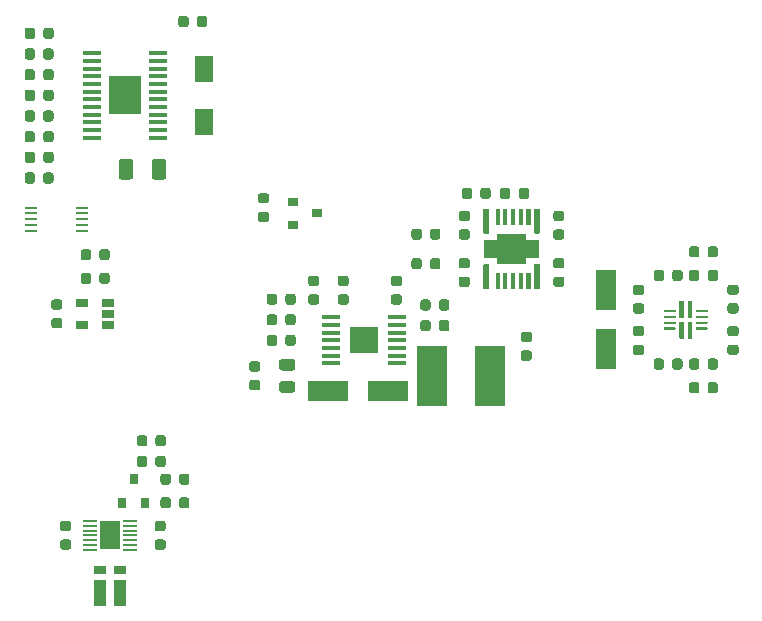
<source format=gbr>
G04 #@! TF.GenerationSoftware,KiCad,Pcbnew,(5.1.6)-1*
G04 #@! TF.CreationDate,2020-11-06T20:10:37-08:00*
G04 #@! TF.ProjectId,IRIS-power,49524953-2d70-46f7-9765-722e6b696361,rev?*
G04 #@! TF.SameCoordinates,Original*
G04 #@! TF.FileFunction,Paste,Top*
G04 #@! TF.FilePolarity,Positive*
%FSLAX46Y46*%
G04 Gerber Fmt 4.6, Leading zero omitted, Abs format (unit mm)*
G04 Created by KiCad (PCBNEW (5.1.6)-1) date 2020-11-06 20:10:37*
%MOMM*%
%LPD*%
G01*
G04 APERTURE LIST*
%ADD10R,1.600000X0.300000*%
%ADD11R,2.460000X2.310000*%
%ADD12R,1.000000X0.800000*%
%ADD13R,1.000000X2.300000*%
%ADD14R,2.740000X3.250000*%
%ADD15R,1.100000X0.250000*%
%ADD16R,1.800000X3.500000*%
%ADD17R,3.500000X1.800000*%
%ADD18R,2.600000X5.100000*%
%ADD19R,1.600000X2.300000*%
%ADD20R,0.800000X0.900000*%
%ADD21R,0.900000X0.800000*%
%ADD22C,0.100000*%
%ADD23R,1.060000X0.650000*%
%ADD24R,1.200000X0.200000*%
%ADD25R,1.780000X2.350000*%
G04 APERTURE END LIST*
D10*
X34800000Y-3700000D03*
X34800000Y-3050000D03*
X34800000Y-2400000D03*
X34800000Y-1750000D03*
X34800000Y-1100000D03*
X34800000Y-450000D03*
X34800000Y200000D03*
X29200000Y200000D03*
X29200000Y-450000D03*
X29200000Y-1100000D03*
X29200000Y-1750000D03*
X29200000Y-2400000D03*
X29200000Y-3050000D03*
X29200000Y-3700000D03*
D11*
X32000000Y-1750000D03*
D12*
X9650000Y-21150000D03*
X11350000Y-21150000D03*
D13*
X9650000Y-23100000D03*
X11350000Y-23100000D03*
D10*
X8950000Y22575000D03*
X8950000Y21925000D03*
X8950000Y21275000D03*
X8950000Y20625000D03*
X8950000Y19975000D03*
X8950000Y19325000D03*
X8950000Y18675000D03*
X8950000Y18025000D03*
X8950000Y17375000D03*
X8950000Y16725000D03*
X8950000Y16075000D03*
X8950000Y15425000D03*
X14550000Y15425000D03*
X14550000Y16075000D03*
X14550000Y16725000D03*
X14550000Y17375000D03*
X14550000Y18025000D03*
X14550000Y18675000D03*
X14550000Y19325000D03*
X14550000Y19975000D03*
X14550000Y20625000D03*
X14550000Y21275000D03*
X14550000Y21925000D03*
X14550000Y22575000D03*
D14*
X11750000Y19000000D03*
D15*
X8150000Y7500000D03*
X8150000Y8000000D03*
X8150000Y8500000D03*
X8150000Y9000000D03*
X8150000Y9500000D03*
X3850000Y9500000D03*
X3850000Y9000000D03*
X3850000Y8500000D03*
X3850000Y8000000D03*
X3850000Y7500000D03*
G36*
G01*
X58350000Y-850000D02*
X57450000Y-850000D01*
G75*
G02*
X57400000Y-800000I0J50000D01*
G01*
X57400000Y-700000D01*
G75*
G02*
X57450000Y-650000I50000J0D01*
G01*
X58350000Y-650000D01*
G75*
G02*
X58400000Y-700000I0J-50000D01*
G01*
X58400000Y-800000D01*
G75*
G02*
X58350000Y-850000I-50000J0D01*
G01*
G37*
G36*
G01*
X58350000Y-350000D02*
X57450000Y-350000D01*
G75*
G02*
X57400000Y-300000I0J50000D01*
G01*
X57400000Y-200000D01*
G75*
G02*
X57450000Y-150000I50000J0D01*
G01*
X58350000Y-150000D01*
G75*
G02*
X58400000Y-200000I0J-50000D01*
G01*
X58400000Y-300000D01*
G75*
G02*
X58350000Y-350000I-50000J0D01*
G01*
G37*
G36*
G01*
X58350000Y650000D02*
X57450000Y650000D01*
G75*
G02*
X57400000Y700000I0J50000D01*
G01*
X57400000Y800000D01*
G75*
G02*
X57450000Y850000I50000J0D01*
G01*
X58350000Y850000D01*
G75*
G02*
X58400000Y800000I0J-50000D01*
G01*
X58400000Y700000D01*
G75*
G02*
X58350000Y650000I-50000J0D01*
G01*
G37*
G36*
G01*
X58350000Y150000D02*
X57450000Y150000D01*
G75*
G02*
X57400000Y200000I0J50000D01*
G01*
X57400000Y300000D01*
G75*
G02*
X57450000Y350000I50000J0D01*
G01*
X58350000Y350000D01*
G75*
G02*
X58400000Y300000I0J-50000D01*
G01*
X58400000Y200000D01*
G75*
G02*
X58350000Y150000I-50000J0D01*
G01*
G37*
G36*
G01*
X61050000Y650000D02*
X60150000Y650000D01*
G75*
G02*
X60100000Y700000I0J50000D01*
G01*
X60100000Y800000D01*
G75*
G02*
X60150000Y850000I50000J0D01*
G01*
X61050000Y850000D01*
G75*
G02*
X61100000Y800000I0J-50000D01*
G01*
X61100000Y700000D01*
G75*
G02*
X61050000Y650000I-50000J0D01*
G01*
G37*
G36*
G01*
X61050000Y150000D02*
X60150000Y150000D01*
G75*
G02*
X60100000Y200000I0J50000D01*
G01*
X60100000Y300000D01*
G75*
G02*
X60150000Y350000I50000J0D01*
G01*
X61050000Y350000D01*
G75*
G02*
X61100000Y300000I0J-50000D01*
G01*
X61100000Y200000D01*
G75*
G02*
X61050000Y150000I-50000J0D01*
G01*
G37*
G36*
G01*
X61050000Y-350000D02*
X60150000Y-350000D01*
G75*
G02*
X60100000Y-300000I0J50000D01*
G01*
X60100000Y-200000D01*
G75*
G02*
X60150000Y-150000I50000J0D01*
G01*
X61050000Y-150000D01*
G75*
G02*
X61100000Y-200000I0J-50000D01*
G01*
X61100000Y-300000D01*
G75*
G02*
X61050000Y-350000I-50000J0D01*
G01*
G37*
G36*
G01*
X61050000Y-850000D02*
X60150000Y-850000D01*
G75*
G02*
X60100000Y-800000I0J50000D01*
G01*
X60100000Y-700000D01*
G75*
G02*
X60150000Y-650000I50000J0D01*
G01*
X61050000Y-650000D01*
G75*
G02*
X61100000Y-700000I0J-50000D01*
G01*
X61100000Y-800000D01*
G75*
G02*
X61050000Y-850000I-50000J0D01*
G01*
G37*
G36*
G01*
X59050000Y150000D02*
X58750000Y150000D01*
G75*
G02*
X58700000Y200000I0J50000D01*
G01*
X58700000Y1550000D01*
G75*
G02*
X58750000Y1600000I50000J0D01*
G01*
X59050000Y1600000D01*
G75*
G02*
X59100000Y1550000I0J-50000D01*
G01*
X59100000Y200000D01*
G75*
G02*
X59050000Y150000I-50000J0D01*
G01*
G37*
G36*
G01*
X59750000Y150000D02*
X59450000Y150000D01*
G75*
G02*
X59400000Y200000I0J50000D01*
G01*
X59400000Y1550000D01*
G75*
G02*
X59450000Y1600000I50000J0D01*
G01*
X59750000Y1600000D01*
G75*
G02*
X59800000Y1550000I0J-50000D01*
G01*
X59800000Y200000D01*
G75*
G02*
X59750000Y150000I-50000J0D01*
G01*
G37*
G36*
G01*
X59750000Y-1600000D02*
X59450000Y-1600000D01*
G75*
G02*
X59400000Y-1550000I0J50000D01*
G01*
X59400000Y-200000D01*
G75*
G02*
X59450000Y-150000I50000J0D01*
G01*
X59750000Y-150000D01*
G75*
G02*
X59800000Y-200000I0J-50000D01*
G01*
X59800000Y-1550000D01*
G75*
G02*
X59750000Y-1600000I-50000J0D01*
G01*
G37*
G36*
G01*
X59050000Y-1600000D02*
X58750000Y-1600000D01*
G75*
G02*
X58700000Y-1550000I0J50000D01*
G01*
X58700000Y-200000D01*
G75*
G02*
X58750000Y-150000I50000J0D01*
G01*
X59050000Y-150000D01*
G75*
G02*
X59100000Y-200000I0J-50000D01*
G01*
X59100000Y-1550000D01*
G75*
G02*
X59050000Y-1600000I-50000J0D01*
G01*
G37*
G36*
G01*
X6493750Y-18600000D02*
X7006250Y-18600000D01*
G75*
G02*
X7225000Y-18818750I0J-218750D01*
G01*
X7225000Y-19256250D01*
G75*
G02*
X7006250Y-19475000I-218750J0D01*
G01*
X6493750Y-19475000D01*
G75*
G02*
X6275000Y-19256250I0J218750D01*
G01*
X6275000Y-18818750D01*
G75*
G02*
X6493750Y-18600000I218750J0D01*
G01*
G37*
G36*
G01*
X6493750Y-17025000D02*
X7006250Y-17025000D01*
G75*
G02*
X7225000Y-17243750I0J-218750D01*
G01*
X7225000Y-17681250D01*
G75*
G02*
X7006250Y-17900000I-218750J0D01*
G01*
X6493750Y-17900000D01*
G75*
G02*
X6275000Y-17681250I0J218750D01*
G01*
X6275000Y-17243750D01*
G75*
G02*
X6493750Y-17025000I218750J0D01*
G01*
G37*
G36*
G01*
X14493750Y-18600000D02*
X15006250Y-18600000D01*
G75*
G02*
X15225000Y-18818750I0J-218750D01*
G01*
X15225000Y-19256250D01*
G75*
G02*
X15006250Y-19475000I-218750J0D01*
G01*
X14493750Y-19475000D01*
G75*
G02*
X14275000Y-19256250I0J218750D01*
G01*
X14275000Y-18818750D01*
G75*
G02*
X14493750Y-18600000I218750J0D01*
G01*
G37*
G36*
G01*
X14493750Y-17025000D02*
X15006250Y-17025000D01*
G75*
G02*
X15225000Y-17243750I0J-218750D01*
G01*
X15225000Y-17681250D01*
G75*
G02*
X15006250Y-17900000I-218750J0D01*
G01*
X14493750Y-17900000D01*
G75*
G02*
X14275000Y-17681250I0J218750D01*
G01*
X14275000Y-17243750D01*
G75*
G02*
X14493750Y-17025000I218750J0D01*
G01*
G37*
G36*
G01*
X59525000Y5493750D02*
X59525000Y6006250D01*
G75*
G02*
X59743750Y6225000I218750J0D01*
G01*
X60181250Y6225000D01*
G75*
G02*
X60400000Y6006250I0J-218750D01*
G01*
X60400000Y5493750D01*
G75*
G02*
X60181250Y5275000I-218750J0D01*
G01*
X59743750Y5275000D01*
G75*
G02*
X59525000Y5493750I0J218750D01*
G01*
G37*
G36*
G01*
X61100000Y5493750D02*
X61100000Y6006250D01*
G75*
G02*
X61318750Y6225000I218750J0D01*
G01*
X61756250Y6225000D01*
G75*
G02*
X61975000Y6006250I0J-218750D01*
G01*
X61975000Y5493750D01*
G75*
G02*
X61756250Y5275000I-218750J0D01*
G01*
X61318750Y5275000D01*
G75*
G02*
X61100000Y5493750I0J218750D01*
G01*
G37*
G36*
G01*
X61100000Y-6006250D02*
X61100000Y-5493750D01*
G75*
G02*
X61318750Y-5275000I218750J0D01*
G01*
X61756250Y-5275000D01*
G75*
G02*
X61975000Y-5493750I0J-218750D01*
G01*
X61975000Y-6006250D01*
G75*
G02*
X61756250Y-6225000I-218750J0D01*
G01*
X61318750Y-6225000D01*
G75*
G02*
X61100000Y-6006250I0J218750D01*
G01*
G37*
G36*
G01*
X59525000Y-6006250D02*
X59525000Y-5493750D01*
G75*
G02*
X59743750Y-5275000I218750J0D01*
G01*
X60181250Y-5275000D01*
G75*
G02*
X60400000Y-5493750I0J-218750D01*
G01*
X60400000Y-6006250D01*
G75*
G02*
X60181250Y-6225000I-218750J0D01*
G01*
X59743750Y-6225000D01*
G75*
G02*
X59525000Y-6006250I0J218750D01*
G01*
G37*
G36*
G01*
X57400000Y-3493750D02*
X57400000Y-4006250D01*
G75*
G02*
X57181250Y-4225000I-218750J0D01*
G01*
X56743750Y-4225000D01*
G75*
G02*
X56525000Y-4006250I0J218750D01*
G01*
X56525000Y-3493750D01*
G75*
G02*
X56743750Y-3275000I218750J0D01*
G01*
X57181250Y-3275000D01*
G75*
G02*
X57400000Y-3493750I0J-218750D01*
G01*
G37*
G36*
G01*
X58975000Y-3493750D02*
X58975000Y-4006250D01*
G75*
G02*
X58756250Y-4225000I-218750J0D01*
G01*
X58318750Y-4225000D01*
G75*
G02*
X58100000Y-4006250I0J218750D01*
G01*
X58100000Y-3493750D01*
G75*
G02*
X58318750Y-3275000I218750J0D01*
G01*
X58756250Y-3275000D01*
G75*
G02*
X58975000Y-3493750I0J-218750D01*
G01*
G37*
G36*
G01*
X54993750Y-525000D02*
X55506250Y-525000D01*
G75*
G02*
X55725000Y-743750I0J-218750D01*
G01*
X55725000Y-1181250D01*
G75*
G02*
X55506250Y-1400000I-218750J0D01*
G01*
X54993750Y-1400000D01*
G75*
G02*
X54775000Y-1181250I0J218750D01*
G01*
X54775000Y-743750D01*
G75*
G02*
X54993750Y-525000I218750J0D01*
G01*
G37*
G36*
G01*
X54993750Y-2100000D02*
X55506250Y-2100000D01*
G75*
G02*
X55725000Y-2318750I0J-218750D01*
G01*
X55725000Y-2756250D01*
G75*
G02*
X55506250Y-2975000I-218750J0D01*
G01*
X54993750Y-2975000D01*
G75*
G02*
X54775000Y-2756250I0J218750D01*
G01*
X54775000Y-2318750D01*
G75*
G02*
X54993750Y-2100000I218750J0D01*
G01*
G37*
G36*
G01*
X46006250Y-1900000D02*
X45493750Y-1900000D01*
G75*
G02*
X45275000Y-1681250I0J218750D01*
G01*
X45275000Y-1243750D01*
G75*
G02*
X45493750Y-1025000I218750J0D01*
G01*
X46006250Y-1025000D01*
G75*
G02*
X46225000Y-1243750I0J-218750D01*
G01*
X46225000Y-1681250D01*
G75*
G02*
X46006250Y-1900000I-218750J0D01*
G01*
G37*
G36*
G01*
X46006250Y-3475000D02*
X45493750Y-3475000D01*
G75*
G02*
X45275000Y-3256250I0J218750D01*
G01*
X45275000Y-2818750D01*
G75*
G02*
X45493750Y-2600000I218750J0D01*
G01*
X46006250Y-2600000D01*
G75*
G02*
X46225000Y-2818750I0J-218750D01*
G01*
X46225000Y-3256250D01*
G75*
G02*
X46006250Y-3475000I-218750J0D01*
G01*
G37*
G36*
G01*
X36775000Y-756250D02*
X36775000Y-243750D01*
G75*
G02*
X36993750Y-25000I218750J0D01*
G01*
X37431250Y-25000D01*
G75*
G02*
X37650000Y-243750I0J-218750D01*
G01*
X37650000Y-756250D01*
G75*
G02*
X37431250Y-975000I-218750J0D01*
G01*
X36993750Y-975000D01*
G75*
G02*
X36775000Y-756250I0J218750D01*
G01*
G37*
G36*
G01*
X38350000Y-756250D02*
X38350000Y-243750D01*
G75*
G02*
X38568750Y-25000I218750J0D01*
G01*
X39006250Y-25000D01*
G75*
G02*
X39225000Y-243750I0J-218750D01*
G01*
X39225000Y-756250D01*
G75*
G02*
X39006250Y-975000I-218750J0D01*
G01*
X38568750Y-975000D01*
G75*
G02*
X38350000Y-756250I0J218750D01*
G01*
G37*
G36*
G01*
X34493750Y2150000D02*
X35006250Y2150000D01*
G75*
G02*
X35225000Y1931250I0J-218750D01*
G01*
X35225000Y1493750D01*
G75*
G02*
X35006250Y1275000I-218750J0D01*
G01*
X34493750Y1275000D01*
G75*
G02*
X34275000Y1493750I0J218750D01*
G01*
X34275000Y1931250D01*
G75*
G02*
X34493750Y2150000I218750J0D01*
G01*
G37*
G36*
G01*
X34493750Y3725000D02*
X35006250Y3725000D01*
G75*
G02*
X35225000Y3506250I0J-218750D01*
G01*
X35225000Y3068750D01*
G75*
G02*
X35006250Y2850000I-218750J0D01*
G01*
X34493750Y2850000D01*
G75*
G02*
X34275000Y3068750I0J218750D01*
G01*
X34275000Y3506250D01*
G75*
G02*
X34493750Y3725000I218750J0D01*
G01*
G37*
G36*
G01*
X28006250Y1275000D02*
X27493750Y1275000D01*
G75*
G02*
X27275000Y1493750I0J218750D01*
G01*
X27275000Y1931250D01*
G75*
G02*
X27493750Y2150000I218750J0D01*
G01*
X28006250Y2150000D01*
G75*
G02*
X28225000Y1931250I0J-218750D01*
G01*
X28225000Y1493750D01*
G75*
G02*
X28006250Y1275000I-218750J0D01*
G01*
G37*
G36*
G01*
X28006250Y2850000D02*
X27493750Y2850000D01*
G75*
G02*
X27275000Y3068750I0J218750D01*
G01*
X27275000Y3506250D01*
G75*
G02*
X27493750Y3725000I218750J0D01*
G01*
X28006250Y3725000D01*
G75*
G02*
X28225000Y3506250I0J-218750D01*
G01*
X28225000Y3068750D01*
G75*
G02*
X28006250Y2850000I-218750J0D01*
G01*
G37*
G36*
G01*
X36775000Y993750D02*
X36775000Y1506250D01*
G75*
G02*
X36993750Y1725000I218750J0D01*
G01*
X37431250Y1725000D01*
G75*
G02*
X37650000Y1506250I0J-218750D01*
G01*
X37650000Y993750D01*
G75*
G02*
X37431250Y775000I-218750J0D01*
G01*
X36993750Y775000D01*
G75*
G02*
X36775000Y993750I0J218750D01*
G01*
G37*
G36*
G01*
X38350000Y993750D02*
X38350000Y1506250D01*
G75*
G02*
X38568750Y1725000I218750J0D01*
G01*
X39006250Y1725000D01*
G75*
G02*
X39225000Y1506250I0J-218750D01*
G01*
X39225000Y993750D01*
G75*
G02*
X39006250Y775000I-218750J0D01*
G01*
X38568750Y775000D01*
G75*
G02*
X38350000Y993750I0J218750D01*
G01*
G37*
G36*
G01*
X23006250Y-5975000D02*
X22493750Y-5975000D01*
G75*
G02*
X22275000Y-5756250I0J218750D01*
G01*
X22275000Y-5318750D01*
G75*
G02*
X22493750Y-5100000I218750J0D01*
G01*
X23006250Y-5100000D01*
G75*
G02*
X23225000Y-5318750I0J-218750D01*
G01*
X23225000Y-5756250D01*
G75*
G02*
X23006250Y-5975000I-218750J0D01*
G01*
G37*
G36*
G01*
X23006250Y-4400000D02*
X22493750Y-4400000D01*
G75*
G02*
X22275000Y-4181250I0J218750D01*
G01*
X22275000Y-3743750D01*
G75*
G02*
X22493750Y-3525000I218750J0D01*
G01*
X23006250Y-3525000D01*
G75*
G02*
X23225000Y-3743750I0J-218750D01*
G01*
X23225000Y-4181250D01*
G75*
G02*
X23006250Y-4400000I-218750J0D01*
G01*
G37*
G36*
G01*
X48756250Y4350000D02*
X48243750Y4350000D01*
G75*
G02*
X48025000Y4568750I0J218750D01*
G01*
X48025000Y5006250D01*
G75*
G02*
X48243750Y5225000I218750J0D01*
G01*
X48756250Y5225000D01*
G75*
G02*
X48975000Y5006250I0J-218750D01*
G01*
X48975000Y4568750D01*
G75*
G02*
X48756250Y4350000I-218750J0D01*
G01*
G37*
G36*
G01*
X48756250Y2775000D02*
X48243750Y2775000D01*
G75*
G02*
X48025000Y2993750I0J218750D01*
G01*
X48025000Y3431250D01*
G75*
G02*
X48243750Y3650000I218750J0D01*
G01*
X48756250Y3650000D01*
G75*
G02*
X48975000Y3431250I0J-218750D01*
G01*
X48975000Y2993750D01*
G75*
G02*
X48756250Y2775000I-218750J0D01*
G01*
G37*
G36*
G01*
X48243750Y9225000D02*
X48756250Y9225000D01*
G75*
G02*
X48975000Y9006250I0J-218750D01*
G01*
X48975000Y8568750D01*
G75*
G02*
X48756250Y8350000I-218750J0D01*
G01*
X48243750Y8350000D01*
G75*
G02*
X48025000Y8568750I0J218750D01*
G01*
X48025000Y9006250D01*
G75*
G02*
X48243750Y9225000I218750J0D01*
G01*
G37*
G36*
G01*
X48243750Y7650000D02*
X48756250Y7650000D01*
G75*
G02*
X48975000Y7431250I0J-218750D01*
G01*
X48975000Y6993750D01*
G75*
G02*
X48756250Y6775000I-218750J0D01*
G01*
X48243750Y6775000D01*
G75*
G02*
X48025000Y6993750I0J218750D01*
G01*
X48025000Y7431250D01*
G75*
G02*
X48243750Y7650000I218750J0D01*
G01*
G37*
G36*
G01*
X17850000Y24993750D02*
X17850000Y25506250D01*
G75*
G02*
X18068750Y25725000I218750J0D01*
G01*
X18506250Y25725000D01*
G75*
G02*
X18725000Y25506250I0J-218750D01*
G01*
X18725000Y24993750D01*
G75*
G02*
X18506250Y24775000I-218750J0D01*
G01*
X18068750Y24775000D01*
G75*
G02*
X17850000Y24993750I0J218750D01*
G01*
G37*
G36*
G01*
X16275000Y24993750D02*
X16275000Y25506250D01*
G75*
G02*
X16493750Y25725000I218750J0D01*
G01*
X16931250Y25725000D01*
G75*
G02*
X17150000Y25506250I0J-218750D01*
G01*
X17150000Y24993750D01*
G75*
G02*
X16931250Y24775000I-218750J0D01*
G01*
X16493750Y24775000D01*
G75*
G02*
X16275000Y24993750I0J218750D01*
G01*
G37*
G36*
G01*
X5725000Y21006250D02*
X5725000Y20493750D01*
G75*
G02*
X5506250Y20275000I-218750J0D01*
G01*
X5068750Y20275000D01*
G75*
G02*
X4850000Y20493750I0J218750D01*
G01*
X4850000Y21006250D01*
G75*
G02*
X5068750Y21225000I218750J0D01*
G01*
X5506250Y21225000D01*
G75*
G02*
X5725000Y21006250I0J-218750D01*
G01*
G37*
G36*
G01*
X4150000Y21006250D02*
X4150000Y20493750D01*
G75*
G02*
X3931250Y20275000I-218750J0D01*
G01*
X3493750Y20275000D01*
G75*
G02*
X3275000Y20493750I0J218750D01*
G01*
X3275000Y21006250D01*
G75*
G02*
X3493750Y21225000I218750J0D01*
G01*
X3931250Y21225000D01*
G75*
G02*
X4150000Y21006250I0J-218750D01*
G01*
G37*
G36*
G01*
X8900000Y3756250D02*
X8900000Y3243750D01*
G75*
G02*
X8681250Y3025000I-218750J0D01*
G01*
X8243750Y3025000D01*
G75*
G02*
X8025000Y3243750I0J218750D01*
G01*
X8025000Y3756250D01*
G75*
G02*
X8243750Y3975000I218750J0D01*
G01*
X8681250Y3975000D01*
G75*
G02*
X8900000Y3756250I0J-218750D01*
G01*
G37*
G36*
G01*
X10475000Y3756250D02*
X10475000Y3243750D01*
G75*
G02*
X10256250Y3025000I-218750J0D01*
G01*
X9818750Y3025000D01*
G75*
G02*
X9600000Y3243750I0J218750D01*
G01*
X9600000Y3756250D01*
G75*
G02*
X9818750Y3975000I218750J0D01*
G01*
X10256250Y3975000D01*
G75*
G02*
X10475000Y3756250I0J-218750D01*
G01*
G37*
G36*
G01*
X6256250Y-725000D02*
X5743750Y-725000D01*
G75*
G02*
X5525000Y-506250I0J218750D01*
G01*
X5525000Y-68750D01*
G75*
G02*
X5743750Y150000I218750J0D01*
G01*
X6256250Y150000D01*
G75*
G02*
X6475000Y-68750I0J-218750D01*
G01*
X6475000Y-506250D01*
G75*
G02*
X6256250Y-725000I-218750J0D01*
G01*
G37*
G36*
G01*
X6256250Y850000D02*
X5743750Y850000D01*
G75*
G02*
X5525000Y1068750I0J218750D01*
G01*
X5525000Y1506250D01*
G75*
G02*
X5743750Y1725000I218750J0D01*
G01*
X6256250Y1725000D01*
G75*
G02*
X6475000Y1506250I0J-218750D01*
G01*
X6475000Y1068750D01*
G75*
G02*
X6256250Y850000I-218750J0D01*
G01*
G37*
D16*
X52500000Y2500000D03*
X52500000Y-2500000D03*
D17*
X29000000Y-6000000D03*
X34000000Y-6000000D03*
D18*
X42700000Y-4750000D03*
X37800000Y-4750000D03*
D19*
X18500000Y21250000D03*
X18500000Y16750000D03*
D20*
X12500000Y-13500000D03*
X13450000Y-15500000D03*
X11550000Y-15500000D03*
D21*
X26000000Y9950000D03*
X26000000Y8050000D03*
X28000000Y9000000D03*
G36*
G01*
X13650000Y-9993750D02*
X13650000Y-10506250D01*
G75*
G02*
X13431250Y-10725000I-218750J0D01*
G01*
X12993750Y-10725000D01*
G75*
G02*
X12775000Y-10506250I0J218750D01*
G01*
X12775000Y-9993750D01*
G75*
G02*
X12993750Y-9775000I218750J0D01*
G01*
X13431250Y-9775000D01*
G75*
G02*
X13650000Y-9993750I0J-218750D01*
G01*
G37*
G36*
G01*
X15225000Y-9993750D02*
X15225000Y-10506250D01*
G75*
G02*
X15006250Y-10725000I-218750J0D01*
G01*
X14568750Y-10725000D01*
G75*
G02*
X14350000Y-10506250I0J218750D01*
G01*
X14350000Y-9993750D01*
G75*
G02*
X14568750Y-9775000I218750J0D01*
G01*
X15006250Y-9775000D01*
G75*
G02*
X15225000Y-9993750I0J-218750D01*
G01*
G37*
G36*
G01*
X15225000Y-11743750D02*
X15225000Y-12256250D01*
G75*
G02*
X15006250Y-12475000I-218750J0D01*
G01*
X14568750Y-12475000D01*
G75*
G02*
X14350000Y-12256250I0J218750D01*
G01*
X14350000Y-11743750D01*
G75*
G02*
X14568750Y-11525000I218750J0D01*
G01*
X15006250Y-11525000D01*
G75*
G02*
X15225000Y-11743750I0J-218750D01*
G01*
G37*
G36*
G01*
X13650000Y-11743750D02*
X13650000Y-12256250D01*
G75*
G02*
X13431250Y-12475000I-218750J0D01*
G01*
X12993750Y-12475000D01*
G75*
G02*
X12775000Y-12256250I0J218750D01*
G01*
X12775000Y-11743750D01*
G75*
G02*
X12993750Y-11525000I218750J0D01*
G01*
X13431250Y-11525000D01*
G75*
G02*
X13650000Y-11743750I0J-218750D01*
G01*
G37*
G36*
G01*
X16350000Y-15756250D02*
X16350000Y-15243750D01*
G75*
G02*
X16568750Y-15025000I218750J0D01*
G01*
X17006250Y-15025000D01*
G75*
G02*
X17225000Y-15243750I0J-218750D01*
G01*
X17225000Y-15756250D01*
G75*
G02*
X17006250Y-15975000I-218750J0D01*
G01*
X16568750Y-15975000D01*
G75*
G02*
X16350000Y-15756250I0J218750D01*
G01*
G37*
G36*
G01*
X14775000Y-15756250D02*
X14775000Y-15243750D01*
G75*
G02*
X14993750Y-15025000I218750J0D01*
G01*
X15431250Y-15025000D01*
G75*
G02*
X15650000Y-15243750I0J-218750D01*
G01*
X15650000Y-15756250D01*
G75*
G02*
X15431250Y-15975000I-218750J0D01*
G01*
X14993750Y-15975000D01*
G75*
G02*
X14775000Y-15756250I0J218750D01*
G01*
G37*
G36*
G01*
X14775000Y-13756250D02*
X14775000Y-13243750D01*
G75*
G02*
X14993750Y-13025000I218750J0D01*
G01*
X15431250Y-13025000D01*
G75*
G02*
X15650000Y-13243750I0J-218750D01*
G01*
X15650000Y-13756250D01*
G75*
G02*
X15431250Y-13975000I-218750J0D01*
G01*
X14993750Y-13975000D01*
G75*
G02*
X14775000Y-13756250I0J218750D01*
G01*
G37*
G36*
G01*
X16350000Y-13756250D02*
X16350000Y-13243750D01*
G75*
G02*
X16568750Y-13025000I218750J0D01*
G01*
X17006250Y-13025000D01*
G75*
G02*
X17225000Y-13243750I0J-218750D01*
G01*
X17225000Y-13756250D01*
G75*
G02*
X17006250Y-13975000I-218750J0D01*
G01*
X16568750Y-13975000D01*
G75*
G02*
X16350000Y-13756250I0J218750D01*
G01*
G37*
G36*
G01*
X59525000Y3493750D02*
X59525000Y4006250D01*
G75*
G02*
X59743750Y4225000I218750J0D01*
G01*
X60181250Y4225000D01*
G75*
G02*
X60400000Y4006250I0J-218750D01*
G01*
X60400000Y3493750D01*
G75*
G02*
X60181250Y3275000I-218750J0D01*
G01*
X59743750Y3275000D01*
G75*
G02*
X59525000Y3493750I0J218750D01*
G01*
G37*
G36*
G01*
X61100000Y3493750D02*
X61100000Y4006250D01*
G75*
G02*
X61318750Y4225000I218750J0D01*
G01*
X61756250Y4225000D01*
G75*
G02*
X61975000Y4006250I0J-218750D01*
G01*
X61975000Y3493750D01*
G75*
G02*
X61756250Y3275000I-218750J0D01*
G01*
X61318750Y3275000D01*
G75*
G02*
X61100000Y3493750I0J218750D01*
G01*
G37*
G36*
G01*
X62993750Y1400000D02*
X63506250Y1400000D01*
G75*
G02*
X63725000Y1181250I0J-218750D01*
G01*
X63725000Y743750D01*
G75*
G02*
X63506250Y525000I-218750J0D01*
G01*
X62993750Y525000D01*
G75*
G02*
X62775000Y743750I0J218750D01*
G01*
X62775000Y1181250D01*
G75*
G02*
X62993750Y1400000I218750J0D01*
G01*
G37*
G36*
G01*
X62993750Y2975000D02*
X63506250Y2975000D01*
G75*
G02*
X63725000Y2756250I0J-218750D01*
G01*
X63725000Y2318750D01*
G75*
G02*
X63506250Y2100000I-218750J0D01*
G01*
X62993750Y2100000D01*
G75*
G02*
X62775000Y2318750I0J218750D01*
G01*
X62775000Y2756250D01*
G75*
G02*
X62993750Y2975000I218750J0D01*
G01*
G37*
G36*
G01*
X59525000Y-4006250D02*
X59525000Y-3493750D01*
G75*
G02*
X59743750Y-3275000I218750J0D01*
G01*
X60181250Y-3275000D01*
G75*
G02*
X60400000Y-3493750I0J-218750D01*
G01*
X60400000Y-4006250D01*
G75*
G02*
X60181250Y-4225000I-218750J0D01*
G01*
X59743750Y-4225000D01*
G75*
G02*
X59525000Y-4006250I0J218750D01*
G01*
G37*
G36*
G01*
X61100000Y-4006250D02*
X61100000Y-3493750D01*
G75*
G02*
X61318750Y-3275000I218750J0D01*
G01*
X61756250Y-3275000D01*
G75*
G02*
X61975000Y-3493750I0J-218750D01*
G01*
X61975000Y-4006250D01*
G75*
G02*
X61756250Y-4225000I-218750J0D01*
G01*
X61318750Y-4225000D01*
G75*
G02*
X61100000Y-4006250I0J218750D01*
G01*
G37*
G36*
G01*
X63506250Y-1400000D02*
X62993750Y-1400000D01*
G75*
G02*
X62775000Y-1181250I0J218750D01*
G01*
X62775000Y-743750D01*
G75*
G02*
X62993750Y-525000I218750J0D01*
G01*
X63506250Y-525000D01*
G75*
G02*
X63725000Y-743750I0J-218750D01*
G01*
X63725000Y-1181250D01*
G75*
G02*
X63506250Y-1400000I-218750J0D01*
G01*
G37*
G36*
G01*
X63506250Y-2975000D02*
X62993750Y-2975000D01*
G75*
G02*
X62775000Y-2756250I0J218750D01*
G01*
X62775000Y-2318750D01*
G75*
G02*
X62993750Y-2100000I218750J0D01*
G01*
X63506250Y-2100000D01*
G75*
G02*
X63725000Y-2318750I0J-218750D01*
G01*
X63725000Y-2756250D01*
G75*
G02*
X63506250Y-2975000I-218750J0D01*
G01*
G37*
G36*
G01*
X55506250Y2100000D02*
X54993750Y2100000D01*
G75*
G02*
X54775000Y2318750I0J218750D01*
G01*
X54775000Y2756250D01*
G75*
G02*
X54993750Y2975000I218750J0D01*
G01*
X55506250Y2975000D01*
G75*
G02*
X55725000Y2756250I0J-218750D01*
G01*
X55725000Y2318750D01*
G75*
G02*
X55506250Y2100000I-218750J0D01*
G01*
G37*
G36*
G01*
X55506250Y525000D02*
X54993750Y525000D01*
G75*
G02*
X54775000Y743750I0J218750D01*
G01*
X54775000Y1181250D01*
G75*
G02*
X54993750Y1400000I218750J0D01*
G01*
X55506250Y1400000D01*
G75*
G02*
X55725000Y1181250I0J-218750D01*
G01*
X55725000Y743750D01*
G75*
G02*
X55506250Y525000I-218750J0D01*
G01*
G37*
G36*
G01*
X30506250Y1275000D02*
X29993750Y1275000D01*
G75*
G02*
X29775000Y1493750I0J218750D01*
G01*
X29775000Y1931250D01*
G75*
G02*
X29993750Y2150000I218750J0D01*
G01*
X30506250Y2150000D01*
G75*
G02*
X30725000Y1931250I0J-218750D01*
G01*
X30725000Y1493750D01*
G75*
G02*
X30506250Y1275000I-218750J0D01*
G01*
G37*
G36*
G01*
X30506250Y2850000D02*
X29993750Y2850000D01*
G75*
G02*
X29775000Y3068750I0J218750D01*
G01*
X29775000Y3506250D01*
G75*
G02*
X29993750Y3725000I218750J0D01*
G01*
X30506250Y3725000D01*
G75*
G02*
X30725000Y3506250I0J-218750D01*
G01*
X30725000Y3068750D01*
G75*
G02*
X30506250Y2850000I-218750J0D01*
G01*
G37*
G36*
G01*
X23775000Y-2006250D02*
X23775000Y-1493750D01*
G75*
G02*
X23993750Y-1275000I218750J0D01*
G01*
X24431250Y-1275000D01*
G75*
G02*
X24650000Y-1493750I0J-218750D01*
G01*
X24650000Y-2006250D01*
G75*
G02*
X24431250Y-2225000I-218750J0D01*
G01*
X23993750Y-2225000D01*
G75*
G02*
X23775000Y-2006250I0J218750D01*
G01*
G37*
G36*
G01*
X25350000Y-2006250D02*
X25350000Y-1493750D01*
G75*
G02*
X25568750Y-1275000I218750J0D01*
G01*
X26006250Y-1275000D01*
G75*
G02*
X26225000Y-1493750I0J-218750D01*
G01*
X26225000Y-2006250D01*
G75*
G02*
X26006250Y-2225000I-218750J0D01*
G01*
X25568750Y-2225000D01*
G75*
G02*
X25350000Y-2006250I0J218750D01*
G01*
G37*
G36*
G01*
X23775000Y1493750D02*
X23775000Y2006250D01*
G75*
G02*
X23993750Y2225000I218750J0D01*
G01*
X24431250Y2225000D01*
G75*
G02*
X24650000Y2006250I0J-218750D01*
G01*
X24650000Y1493750D01*
G75*
G02*
X24431250Y1275000I-218750J0D01*
G01*
X23993750Y1275000D01*
G75*
G02*
X23775000Y1493750I0J218750D01*
G01*
G37*
G36*
G01*
X25350000Y1493750D02*
X25350000Y2006250D01*
G75*
G02*
X25568750Y2225000I218750J0D01*
G01*
X26006250Y2225000D01*
G75*
G02*
X26225000Y2006250I0J-218750D01*
G01*
X26225000Y1493750D01*
G75*
G02*
X26006250Y1275000I-218750J0D01*
G01*
X25568750Y1275000D01*
G75*
G02*
X25350000Y1493750I0J218750D01*
G01*
G37*
G36*
G01*
X24650000Y256250D02*
X24650000Y-256250D01*
G75*
G02*
X24431250Y-475000I-218750J0D01*
G01*
X23993750Y-475000D01*
G75*
G02*
X23775000Y-256250I0J218750D01*
G01*
X23775000Y256250D01*
G75*
G02*
X23993750Y475000I218750J0D01*
G01*
X24431250Y475000D01*
G75*
G02*
X24650000Y256250I0J-218750D01*
G01*
G37*
G36*
G01*
X26225000Y256250D02*
X26225000Y-256250D01*
G75*
G02*
X26006250Y-475000I-218750J0D01*
G01*
X25568750Y-475000D01*
G75*
G02*
X25350000Y-256250I0J218750D01*
G01*
X25350000Y256250D01*
G75*
G02*
X25568750Y475000I218750J0D01*
G01*
X26006250Y475000D01*
G75*
G02*
X26225000Y256250I0J-218750D01*
G01*
G37*
G36*
G01*
X40275000Y10443750D02*
X40275000Y10956250D01*
G75*
G02*
X40493750Y11175000I218750J0D01*
G01*
X40931250Y11175000D01*
G75*
G02*
X41150000Y10956250I0J-218750D01*
G01*
X41150000Y10443750D01*
G75*
G02*
X40931250Y10225000I-218750J0D01*
G01*
X40493750Y10225000D01*
G75*
G02*
X40275000Y10443750I0J218750D01*
G01*
G37*
G36*
G01*
X41850000Y10443750D02*
X41850000Y10956250D01*
G75*
G02*
X42068750Y11175000I218750J0D01*
G01*
X42506250Y11175000D01*
G75*
G02*
X42725000Y10956250I0J-218750D01*
G01*
X42725000Y10443750D01*
G75*
G02*
X42506250Y10225000I-218750J0D01*
G01*
X42068750Y10225000D01*
G75*
G02*
X41850000Y10443750I0J218750D01*
G01*
G37*
G36*
G01*
X45100000Y10443750D02*
X45100000Y10956250D01*
G75*
G02*
X45318750Y11175000I218750J0D01*
G01*
X45756250Y11175000D01*
G75*
G02*
X45975000Y10956250I0J-218750D01*
G01*
X45975000Y10443750D01*
G75*
G02*
X45756250Y10225000I-218750J0D01*
G01*
X45318750Y10225000D01*
G75*
G02*
X45100000Y10443750I0J218750D01*
G01*
G37*
G36*
G01*
X43525000Y10443750D02*
X43525000Y10956250D01*
G75*
G02*
X43743750Y11175000I218750J0D01*
G01*
X44181250Y11175000D01*
G75*
G02*
X44400000Y10956250I0J-218750D01*
G01*
X44400000Y10443750D01*
G75*
G02*
X44181250Y10225000I-218750J0D01*
G01*
X43743750Y10225000D01*
G75*
G02*
X43525000Y10443750I0J218750D01*
G01*
G37*
G36*
G01*
X3275000Y16993750D02*
X3275000Y17506250D01*
G75*
G02*
X3493750Y17725000I218750J0D01*
G01*
X3931250Y17725000D01*
G75*
G02*
X4150000Y17506250I0J-218750D01*
G01*
X4150000Y16993750D01*
G75*
G02*
X3931250Y16775000I-218750J0D01*
G01*
X3493750Y16775000D01*
G75*
G02*
X3275000Y16993750I0J218750D01*
G01*
G37*
G36*
G01*
X4850000Y16993750D02*
X4850000Y17506250D01*
G75*
G02*
X5068750Y17725000I218750J0D01*
G01*
X5506250Y17725000D01*
G75*
G02*
X5725000Y17506250I0J-218750D01*
G01*
X5725000Y16993750D01*
G75*
G02*
X5506250Y16775000I-218750J0D01*
G01*
X5068750Y16775000D01*
G75*
G02*
X4850000Y16993750I0J218750D01*
G01*
G37*
G36*
G01*
X4150000Y19256250D02*
X4150000Y18743750D01*
G75*
G02*
X3931250Y18525000I-218750J0D01*
G01*
X3493750Y18525000D01*
G75*
G02*
X3275000Y18743750I0J218750D01*
G01*
X3275000Y19256250D01*
G75*
G02*
X3493750Y19475000I218750J0D01*
G01*
X3931250Y19475000D01*
G75*
G02*
X4150000Y19256250I0J-218750D01*
G01*
G37*
G36*
G01*
X5725000Y19256250D02*
X5725000Y18743750D01*
G75*
G02*
X5506250Y18525000I-218750J0D01*
G01*
X5068750Y18525000D01*
G75*
G02*
X4850000Y18743750I0J218750D01*
G01*
X4850000Y19256250D01*
G75*
G02*
X5068750Y19475000I218750J0D01*
G01*
X5506250Y19475000D01*
G75*
G02*
X5725000Y19256250I0J-218750D01*
G01*
G37*
G36*
G01*
X23756250Y9850000D02*
X23243750Y9850000D01*
G75*
G02*
X23025000Y10068750I0J218750D01*
G01*
X23025000Y10506250D01*
G75*
G02*
X23243750Y10725000I218750J0D01*
G01*
X23756250Y10725000D01*
G75*
G02*
X23975000Y10506250I0J-218750D01*
G01*
X23975000Y10068750D01*
G75*
G02*
X23756250Y9850000I-218750J0D01*
G01*
G37*
G36*
G01*
X23756250Y8275000D02*
X23243750Y8275000D01*
G75*
G02*
X23025000Y8493750I0J218750D01*
G01*
X23025000Y8931250D01*
G75*
G02*
X23243750Y9150000I218750J0D01*
G01*
X23756250Y9150000D01*
G75*
G02*
X23975000Y8931250I0J-218750D01*
G01*
X23975000Y8493750D01*
G75*
G02*
X23756250Y8275000I-218750J0D01*
G01*
G37*
G36*
G01*
X3275000Y23993750D02*
X3275000Y24506250D01*
G75*
G02*
X3493750Y24725000I218750J0D01*
G01*
X3931250Y24725000D01*
G75*
G02*
X4150000Y24506250I0J-218750D01*
G01*
X4150000Y23993750D01*
G75*
G02*
X3931250Y23775000I-218750J0D01*
G01*
X3493750Y23775000D01*
G75*
G02*
X3275000Y23993750I0J218750D01*
G01*
G37*
G36*
G01*
X4850000Y23993750D02*
X4850000Y24506250D01*
G75*
G02*
X5068750Y24725000I218750J0D01*
G01*
X5506250Y24725000D01*
G75*
G02*
X5725000Y24506250I0J-218750D01*
G01*
X5725000Y23993750D01*
G75*
G02*
X5506250Y23775000I-218750J0D01*
G01*
X5068750Y23775000D01*
G75*
G02*
X4850000Y23993750I0J218750D01*
G01*
G37*
G36*
G01*
X3275000Y22243750D02*
X3275000Y22756250D01*
G75*
G02*
X3493750Y22975000I218750J0D01*
G01*
X3931250Y22975000D01*
G75*
G02*
X4150000Y22756250I0J-218750D01*
G01*
X4150000Y22243750D01*
G75*
G02*
X3931250Y22025000I-218750J0D01*
G01*
X3493750Y22025000D01*
G75*
G02*
X3275000Y22243750I0J218750D01*
G01*
G37*
G36*
G01*
X4850000Y22243750D02*
X4850000Y22756250D01*
G75*
G02*
X5068750Y22975000I218750J0D01*
G01*
X5506250Y22975000D01*
G75*
G02*
X5725000Y22756250I0J-218750D01*
G01*
X5725000Y22243750D01*
G75*
G02*
X5506250Y22025000I-218750J0D01*
G01*
X5068750Y22025000D01*
G75*
G02*
X4850000Y22243750I0J218750D01*
G01*
G37*
G36*
G01*
X4850000Y13493750D02*
X4850000Y14006250D01*
G75*
G02*
X5068750Y14225000I218750J0D01*
G01*
X5506250Y14225000D01*
G75*
G02*
X5725000Y14006250I0J-218750D01*
G01*
X5725000Y13493750D01*
G75*
G02*
X5506250Y13275000I-218750J0D01*
G01*
X5068750Y13275000D01*
G75*
G02*
X4850000Y13493750I0J218750D01*
G01*
G37*
G36*
G01*
X3275000Y13493750D02*
X3275000Y14006250D01*
G75*
G02*
X3493750Y14225000I218750J0D01*
G01*
X3931250Y14225000D01*
G75*
G02*
X4150000Y14006250I0J-218750D01*
G01*
X4150000Y13493750D01*
G75*
G02*
X3931250Y13275000I-218750J0D01*
G01*
X3493750Y13275000D01*
G75*
G02*
X3275000Y13493750I0J218750D01*
G01*
G37*
G36*
G01*
X4150000Y12256250D02*
X4150000Y11743750D01*
G75*
G02*
X3931250Y11525000I-218750J0D01*
G01*
X3493750Y11525000D01*
G75*
G02*
X3275000Y11743750I0J218750D01*
G01*
X3275000Y12256250D01*
G75*
G02*
X3493750Y12475000I218750J0D01*
G01*
X3931250Y12475000D01*
G75*
G02*
X4150000Y12256250I0J-218750D01*
G01*
G37*
G36*
G01*
X5725000Y12256250D02*
X5725000Y11743750D01*
G75*
G02*
X5506250Y11525000I-218750J0D01*
G01*
X5068750Y11525000D01*
G75*
G02*
X4850000Y11743750I0J218750D01*
G01*
X4850000Y12256250D01*
G75*
G02*
X5068750Y12475000I218750J0D01*
G01*
X5506250Y12475000D01*
G75*
G02*
X5725000Y12256250I0J-218750D01*
G01*
G37*
G36*
G01*
X4150000Y15756250D02*
X4150000Y15243750D01*
G75*
G02*
X3931250Y15025000I-218750J0D01*
G01*
X3493750Y15025000D01*
G75*
G02*
X3275000Y15243750I0J218750D01*
G01*
X3275000Y15756250D01*
G75*
G02*
X3493750Y15975000I218750J0D01*
G01*
X3931250Y15975000D01*
G75*
G02*
X4150000Y15756250I0J-218750D01*
G01*
G37*
G36*
G01*
X5725000Y15756250D02*
X5725000Y15243750D01*
G75*
G02*
X5506250Y15025000I-218750J0D01*
G01*
X5068750Y15025000D01*
G75*
G02*
X4850000Y15243750I0J218750D01*
G01*
X4850000Y15756250D01*
G75*
G02*
X5068750Y15975000I218750J0D01*
G01*
X5506250Y15975000D01*
G75*
G02*
X5725000Y15756250I0J-218750D01*
G01*
G37*
G36*
G01*
X8025000Y5243750D02*
X8025000Y5756250D01*
G75*
G02*
X8243750Y5975000I218750J0D01*
G01*
X8681250Y5975000D01*
G75*
G02*
X8900000Y5756250I0J-218750D01*
G01*
X8900000Y5243750D01*
G75*
G02*
X8681250Y5025000I-218750J0D01*
G01*
X8243750Y5025000D01*
G75*
G02*
X8025000Y5243750I0J218750D01*
G01*
G37*
G36*
G01*
X9600000Y5243750D02*
X9600000Y5756250D01*
G75*
G02*
X9818750Y5975000I218750J0D01*
G01*
X10256250Y5975000D01*
G75*
G02*
X10475000Y5756250I0J-218750D01*
G01*
X10475000Y5243750D01*
G75*
G02*
X10256250Y5025000I-218750J0D01*
G01*
X9818750Y5025000D01*
G75*
G02*
X9600000Y5243750I0J218750D01*
G01*
G37*
G36*
G01*
X46855000Y2600000D02*
X46455000Y2600000D01*
G75*
G02*
X46405000Y2650000I0J50000D01*
G01*
X46405000Y4650000D01*
G75*
G02*
X46455000Y4700000I50000J0D01*
G01*
X46855000Y4700000D01*
G75*
G02*
X46905000Y4650000I0J-50000D01*
G01*
X46905000Y2650000D01*
G75*
G02*
X46855000Y2600000I-50000J0D01*
G01*
G37*
G36*
G01*
X42555000Y2600000D02*
X42155000Y2600000D01*
G75*
G02*
X42105000Y2650000I0J50000D01*
G01*
X42105000Y4650000D01*
G75*
G02*
X42155000Y4700000I50000J0D01*
G01*
X42555000Y4700000D01*
G75*
G02*
X42605000Y4650000I0J-50000D01*
G01*
X42605000Y2650000D01*
G75*
G02*
X42555000Y2600000I-50000J0D01*
G01*
G37*
G36*
G01*
X46855000Y7300000D02*
X46455000Y7300000D01*
G75*
G02*
X46405000Y7350000I0J50000D01*
G01*
X46405000Y9350000D01*
G75*
G02*
X46455000Y9400000I50000J0D01*
G01*
X46855000Y9400000D01*
G75*
G02*
X46905000Y9350000I0J-50000D01*
G01*
X46905000Y7350000D01*
G75*
G02*
X46855000Y7300000I-50000J0D01*
G01*
G37*
G36*
G01*
X42555000Y7300000D02*
X42155000Y7300000D01*
G75*
G02*
X42105000Y7350000I0J50000D01*
G01*
X42105000Y9350000D01*
G75*
G02*
X42155000Y9400000I50000J0D01*
G01*
X42555000Y9400000D01*
G75*
G02*
X42605000Y9350000I0J-50000D01*
G01*
X42605000Y7350000D01*
G75*
G02*
X42555000Y7300000I-50000J0D01*
G01*
G37*
G36*
G01*
X46070000Y2600000D02*
X45790000Y2600000D01*
G75*
G02*
X45755000Y2635000I0J35000D01*
G01*
X45755000Y3965000D01*
G75*
G02*
X45790000Y4000000I35000J0D01*
G01*
X46070000Y4000000D01*
G75*
G02*
X46105000Y3965000I0J-35000D01*
G01*
X46105000Y2635000D01*
G75*
G02*
X46070000Y2600000I-35000J0D01*
G01*
G37*
G36*
G01*
X45420000Y2600000D02*
X45140000Y2600000D01*
G75*
G02*
X45105000Y2635000I0J35000D01*
G01*
X45105000Y3965000D01*
G75*
G02*
X45140000Y4000000I35000J0D01*
G01*
X45420000Y4000000D01*
G75*
G02*
X45455000Y3965000I0J-35000D01*
G01*
X45455000Y2635000D01*
G75*
G02*
X45420000Y2600000I-35000J0D01*
G01*
G37*
G36*
G01*
X44770000Y2600000D02*
X44490000Y2600000D01*
G75*
G02*
X44455000Y2635000I0J35000D01*
G01*
X44455000Y3965000D01*
G75*
G02*
X44490000Y4000000I35000J0D01*
G01*
X44770000Y4000000D01*
G75*
G02*
X44805000Y3965000I0J-35000D01*
G01*
X44805000Y2635000D01*
G75*
G02*
X44770000Y2600000I-35000J0D01*
G01*
G37*
G36*
G01*
X44120000Y2600000D02*
X43840000Y2600000D01*
G75*
G02*
X43805000Y2635000I0J35000D01*
G01*
X43805000Y3965000D01*
G75*
G02*
X43840000Y4000000I35000J0D01*
G01*
X44120000Y4000000D01*
G75*
G02*
X44155000Y3965000I0J-35000D01*
G01*
X44155000Y2635000D01*
G75*
G02*
X44120000Y2600000I-35000J0D01*
G01*
G37*
G36*
G01*
X43470000Y2600000D02*
X43190000Y2600000D01*
G75*
G02*
X43155000Y2635000I0J35000D01*
G01*
X43155000Y3965000D01*
G75*
G02*
X43190000Y4000000I35000J0D01*
G01*
X43470000Y4000000D01*
G75*
G02*
X43505000Y3965000I0J-35000D01*
G01*
X43505000Y2635000D01*
G75*
G02*
X43470000Y2600000I-35000J0D01*
G01*
G37*
G36*
G01*
X43470000Y8000000D02*
X43190000Y8000000D01*
G75*
G02*
X43155000Y8035000I0J35000D01*
G01*
X43155000Y9365000D01*
G75*
G02*
X43190000Y9400000I35000J0D01*
G01*
X43470000Y9400000D01*
G75*
G02*
X43505000Y9365000I0J-35000D01*
G01*
X43505000Y8035000D01*
G75*
G02*
X43470000Y8000000I-35000J0D01*
G01*
G37*
G36*
G01*
X44120000Y8000000D02*
X43840000Y8000000D01*
G75*
G02*
X43805000Y8035000I0J35000D01*
G01*
X43805000Y9365000D01*
G75*
G02*
X43840000Y9400000I35000J0D01*
G01*
X44120000Y9400000D01*
G75*
G02*
X44155000Y9365000I0J-35000D01*
G01*
X44155000Y8035000D01*
G75*
G02*
X44120000Y8000000I-35000J0D01*
G01*
G37*
G36*
G01*
X44770000Y8000000D02*
X44490000Y8000000D01*
G75*
G02*
X44455000Y8035000I0J35000D01*
G01*
X44455000Y9365000D01*
G75*
G02*
X44490000Y9400000I35000J0D01*
G01*
X44770000Y9400000D01*
G75*
G02*
X44805000Y9365000I0J-35000D01*
G01*
X44805000Y8035000D01*
G75*
G02*
X44770000Y8000000I-35000J0D01*
G01*
G37*
G36*
G01*
X45420000Y8000000D02*
X45140000Y8000000D01*
G75*
G02*
X45105000Y8035000I0J35000D01*
G01*
X45105000Y9365000D01*
G75*
G02*
X45140000Y9400000I35000J0D01*
G01*
X45420000Y9400000D01*
G75*
G02*
X45455000Y9365000I0J-35000D01*
G01*
X45455000Y8035000D01*
G75*
G02*
X45420000Y8000000I-35000J0D01*
G01*
G37*
G36*
G01*
X46070000Y8000000D02*
X45790000Y8000000D01*
G75*
G02*
X45755000Y8035000I0J35000D01*
G01*
X45755000Y9365000D01*
G75*
G02*
X45790000Y9400000I35000J0D01*
G01*
X46070000Y9400000D01*
G75*
G02*
X46105000Y9365000I0J-35000D01*
G01*
X46105000Y8035000D01*
G75*
G02*
X46070000Y8000000I-35000J0D01*
G01*
G37*
D22*
G36*
X43250000Y6750000D02*
G01*
X43250000Y7250000D01*
X45750000Y7250000D01*
X45750000Y6750000D01*
X46800000Y6750000D01*
X46800000Y5250000D01*
X45750000Y5250000D01*
X45750000Y4750000D01*
X43250000Y4750000D01*
X43250000Y5250000D01*
X42200000Y5250000D01*
X42200000Y6750000D01*
X43250000Y6750000D01*
G37*
D23*
X10350000Y-450000D03*
X10350000Y500000D03*
X10350000Y1450000D03*
X8150000Y1450000D03*
X8150000Y-450000D03*
G36*
G01*
X12475000Y13375000D02*
X12475000Y12125000D01*
G75*
G02*
X12225000Y11875000I-250000J0D01*
G01*
X11475000Y11875000D01*
G75*
G02*
X11225000Y12125000I0J250000D01*
G01*
X11225000Y13375000D01*
G75*
G02*
X11475000Y13625000I250000J0D01*
G01*
X12225000Y13625000D01*
G75*
G02*
X12475000Y13375000I0J-250000D01*
G01*
G37*
G36*
G01*
X15275000Y13375000D02*
X15275000Y12125000D01*
G75*
G02*
X15025000Y11875000I-250000J0D01*
G01*
X14275000Y11875000D01*
G75*
G02*
X14025000Y12125000I0J250000D01*
G01*
X14025000Y13375000D01*
G75*
G02*
X14275000Y13625000I250000J0D01*
G01*
X15025000Y13625000D01*
G75*
G02*
X15275000Y13375000I0J-250000D01*
G01*
G37*
G36*
G01*
X25956250Y-6175000D02*
X25043750Y-6175000D01*
G75*
G02*
X24800000Y-5931250I0J243750D01*
G01*
X24800000Y-5443750D01*
G75*
G02*
X25043750Y-5200000I243750J0D01*
G01*
X25956250Y-5200000D01*
G75*
G02*
X26200000Y-5443750I0J-243750D01*
G01*
X26200000Y-5931250D01*
G75*
G02*
X25956250Y-6175000I-243750J0D01*
G01*
G37*
G36*
G01*
X25956250Y-4300000D02*
X25043750Y-4300000D01*
G75*
G02*
X24800000Y-4056250I0J243750D01*
G01*
X24800000Y-3568750D01*
G75*
G02*
X25043750Y-3325000I243750J0D01*
G01*
X25956250Y-3325000D01*
G75*
G02*
X26200000Y-3568750I0J-243750D01*
G01*
X26200000Y-4056250D01*
G75*
G02*
X25956250Y-4300000I-243750J0D01*
G01*
G37*
G36*
G01*
X40243750Y9225000D02*
X40756250Y9225000D01*
G75*
G02*
X40975000Y9006250I0J-218750D01*
G01*
X40975000Y8568750D01*
G75*
G02*
X40756250Y8350000I-218750J0D01*
G01*
X40243750Y8350000D01*
G75*
G02*
X40025000Y8568750I0J218750D01*
G01*
X40025000Y9006250D01*
G75*
G02*
X40243750Y9225000I218750J0D01*
G01*
G37*
G36*
G01*
X40243750Y7650000D02*
X40756250Y7650000D01*
G75*
G02*
X40975000Y7431250I0J-218750D01*
G01*
X40975000Y6993750D01*
G75*
G02*
X40756250Y6775000I-218750J0D01*
G01*
X40243750Y6775000D01*
G75*
G02*
X40025000Y6993750I0J218750D01*
G01*
X40025000Y7431250D01*
G75*
G02*
X40243750Y7650000I218750J0D01*
G01*
G37*
G36*
G01*
X37600000Y6993750D02*
X37600000Y7506250D01*
G75*
G02*
X37818750Y7725000I218750J0D01*
G01*
X38256250Y7725000D01*
G75*
G02*
X38475000Y7506250I0J-218750D01*
G01*
X38475000Y6993750D01*
G75*
G02*
X38256250Y6775000I-218750J0D01*
G01*
X37818750Y6775000D01*
G75*
G02*
X37600000Y6993750I0J218750D01*
G01*
G37*
G36*
G01*
X36025000Y6993750D02*
X36025000Y7506250D01*
G75*
G02*
X36243750Y7725000I218750J0D01*
G01*
X36681250Y7725000D01*
G75*
G02*
X36900000Y7506250I0J-218750D01*
G01*
X36900000Y6993750D01*
G75*
G02*
X36681250Y6775000I-218750J0D01*
G01*
X36243750Y6775000D01*
G75*
G02*
X36025000Y6993750I0J218750D01*
G01*
G37*
G36*
G01*
X40756250Y4350000D02*
X40243750Y4350000D01*
G75*
G02*
X40025000Y4568750I0J218750D01*
G01*
X40025000Y5006250D01*
G75*
G02*
X40243750Y5225000I218750J0D01*
G01*
X40756250Y5225000D01*
G75*
G02*
X40975000Y5006250I0J-218750D01*
G01*
X40975000Y4568750D01*
G75*
G02*
X40756250Y4350000I-218750J0D01*
G01*
G37*
G36*
G01*
X40756250Y2775000D02*
X40243750Y2775000D01*
G75*
G02*
X40025000Y2993750I0J218750D01*
G01*
X40025000Y3431250D01*
G75*
G02*
X40243750Y3650000I218750J0D01*
G01*
X40756250Y3650000D01*
G75*
G02*
X40975000Y3431250I0J-218750D01*
G01*
X40975000Y2993750D01*
G75*
G02*
X40756250Y2775000I-218750J0D01*
G01*
G37*
G36*
G01*
X36025000Y4493750D02*
X36025000Y5006250D01*
G75*
G02*
X36243750Y5225000I218750J0D01*
G01*
X36681250Y5225000D01*
G75*
G02*
X36900000Y5006250I0J-218750D01*
G01*
X36900000Y4493750D01*
G75*
G02*
X36681250Y4275000I-218750J0D01*
G01*
X36243750Y4275000D01*
G75*
G02*
X36025000Y4493750I0J218750D01*
G01*
G37*
G36*
G01*
X37600000Y4493750D02*
X37600000Y5006250D01*
G75*
G02*
X37818750Y5225000I218750J0D01*
G01*
X38256250Y5225000D01*
G75*
G02*
X38475000Y5006250I0J-218750D01*
G01*
X38475000Y4493750D01*
G75*
G02*
X38256250Y4275000I-218750J0D01*
G01*
X37818750Y4275000D01*
G75*
G02*
X37600000Y4493750I0J218750D01*
G01*
G37*
D24*
X8775000Y-17050000D03*
X8775000Y-17450000D03*
X8775000Y-17850000D03*
X8775000Y-18250000D03*
X8775000Y-18650000D03*
X8775000Y-19050000D03*
X8775000Y-19450000D03*
X12225000Y-19450000D03*
X12225000Y-19050000D03*
X12225000Y-18650000D03*
X12225000Y-18250000D03*
X12225000Y-17850000D03*
X12225000Y-17450000D03*
X12225000Y-17050000D03*
D25*
X10500000Y-18250000D03*
G36*
G01*
X58975000Y4006250D02*
X58975000Y3493750D01*
G75*
G02*
X58756250Y3275000I-218750J0D01*
G01*
X58318750Y3275000D01*
G75*
G02*
X58100000Y3493750I0J218750D01*
G01*
X58100000Y4006250D01*
G75*
G02*
X58318750Y4225000I218750J0D01*
G01*
X58756250Y4225000D01*
G75*
G02*
X58975000Y4006250I0J-218750D01*
G01*
G37*
G36*
G01*
X57400000Y4006250D02*
X57400000Y3493750D01*
G75*
G02*
X57181250Y3275000I-218750J0D01*
G01*
X56743750Y3275000D01*
G75*
G02*
X56525000Y3493750I0J218750D01*
G01*
X56525000Y4006250D01*
G75*
G02*
X56743750Y4225000I218750J0D01*
G01*
X57181250Y4225000D01*
G75*
G02*
X57400000Y4006250I0J-218750D01*
G01*
G37*
M02*

</source>
